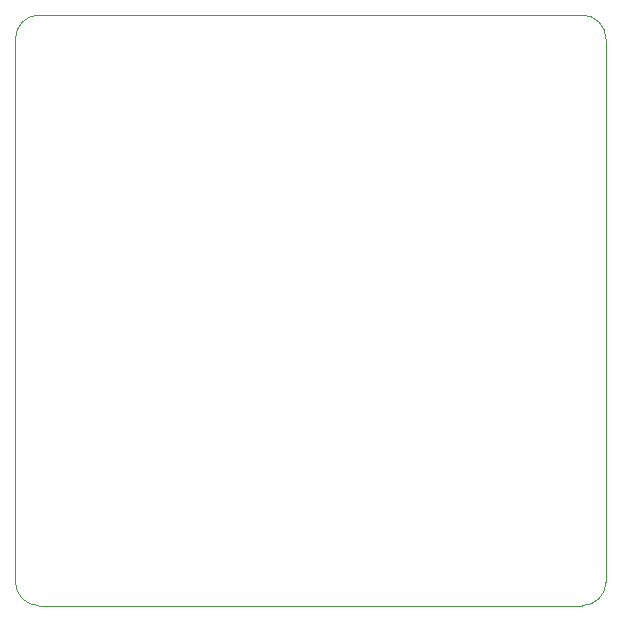
<source format=gbr>
G04*
G04 #@! TF.GenerationSoftware,Altium Limited,Altium Designer,23.8.1 (32)*
G04*
G04 Layer_Color=16711935*
%FSLAX44Y44*%
%MOMM*%
G71*
G04*
G04 #@! TF.SameCoordinates,4E8033DB-9698-49A7-8747-1B8CF0FAEC2F*
G04*
G04*
G04 #@! TF.FilePolarity,Positive*
G04*
G01*
G75*
%ADD11C,0.1000*%
D11*
X500000Y480000D02*
G03*
X480000Y500000I-20000J0D01*
G01*
Y0D02*
G03*
X500000Y20000I0J20000D01*
G01*
X0D02*
G03*
X20000Y0I20000J0D01*
G01*
Y500000D02*
G03*
X0Y480000I0J-20000D01*
G01*
Y20000D02*
Y480000D01*
X20000Y0D02*
X480000D01*
X500000Y20000D02*
Y480000D01*
X20000Y500000D02*
X480000D01*
M02*

</source>
